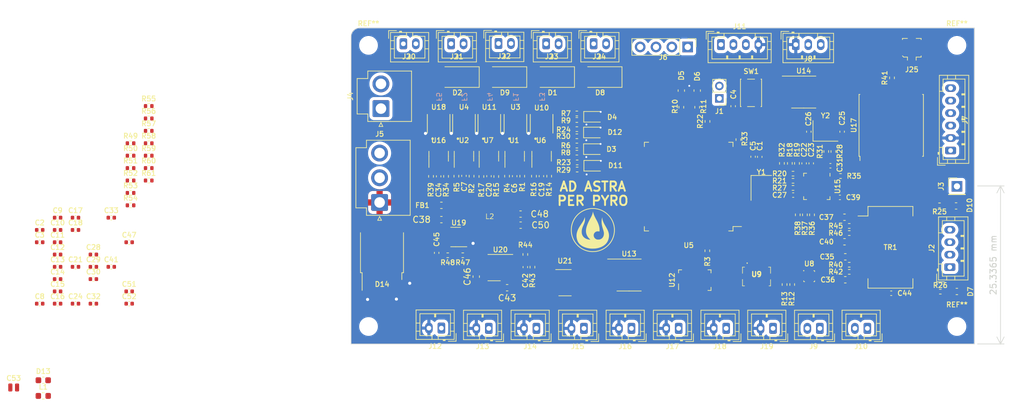
<source format=kicad_pcb>
(kicad_pcb (version 20221018) (generator pcbnew)
  (layers (0 "F.Cu" signal) (31 "B.Cu" signal) (34 "B.Paste" user) (35 "F.Paste" user) (36 "B.SilkS" user "B.Silkscreen") (37 "F.SilkS" user "F.Silkscreen") (38 "B.Mask" user) (39 "F.Mask" user) (44 "Edge.Cuts" user))
  (net 0 "")
  (net 1 "+3.3V")
  (net 2 "GND")
  (net 3 "Net-(U5-PH0)")
  (net 4 "Net-(U5-PH1)")
  (net 5 "Net-(J1-Pin_1)")
  (net 6 "+12V")
  (net 7 "Net-(U5-VCAP_1)")
  (net 8 "Net-(U5-VCAP_2)")
  (net 9 "Net-(U15-VDDCR)")
  (net 10 "Net-(U15-XTAL2)")
  (net 11 "Net-(U15-XTAl1)")
  (net 12 "/DTX-")
  (net 13 "/DTX+")
  (net 14 "/DRX-")
  (net 15 "Net-(U19-IN)")
  (net 16 "/DRX+")
  (net 17 "Net-(C41-Pad1)")
  (net 18 "Net-(U20-ADJ)")
  (net 19 "Net-(U19-SW)")
  (net 20 "Net-(U19-BST)")
  (net 21 "+5V")
  (net 22 "Net-(C47-Pad1)")
  (net 23 "Earth")
  (net 24 "Vdrive")
  (net 25 "OUT3")
  (net 26 "OUT1")
  (net 27 "ADC1_IN6")
  (net 28 "ADC1_IN3")
  (net 29 "Net-(D5-A)")
  (net 30 "Net-(D6-A)")
  (net 31 "Net-(D7-A)")
  (net 32 "OUT4")
  (net 33 "OUT2")
  (net 34 "Net-(D10-A)")
  (net 35 "ADC1_IN8")
  (net 36 "ADC1_IN4")
  (net 37 "Net-(D13-A)")
  (net 38 "Net-(D14-K)")
  (net 39 "Net-(F1-Pad1)")
  (net 40 "Net-(F2-Pad1)")
  (net 41 "Net-(F3-Pad1)")
  (net 42 "Net-(F4-Pad1)")
  (net 43 "Net-(F5-Pad1)")
  (net 44 "PIEZO")
  (net 45 "~{MCU_RST}")
  (net 46 "/TX-")
  (net 47 "/TX+")
  (net 48 "/RX-")
  (net 49 "/RX+")
  (net 50 "Net-(J4-Pin_1)")
  (net 51 "GPIO1")
  (net 52 "GPIO2")
  (net 53 "GPIO3")
  (net 54 "GPIO4")
  (net 55 "USART1_RX")
  (net 56 "USART1_TX")
  (net 57 "RADIO_CTS")
  (net 58 "RADIO_RTS")
  (net 59 "USART2_RX")
  (net 60 "USART2_TX")
  (net 61 "USART3_RX")
  (net 62 "USART3_TX")
  (net 63 "I2C1_SCL")
  (net 64 "I2C1_SDA")
  (net 65 "SWCLK")
  (net 66 "SWDIO")
  (net 67 "Net-(J14-Pin_1)")
  (net 68 "Net-(J15-Pin_1)")
  (net 69 "Net-(J16-Pin_1)")
  (net 70 "Net-(J17-Pin_1)")
  (net 71 "Net-(J18-Pin_1)")
  (net 72 "Net-(J19-Pin_1)")
  (net 73 "RF_IN")
  (net 74 "OUT3_CTRL")
  (net 75 "OUT1_CTRL")
  (net 76 "Net-(U5-BOOT0)")
  (net 77 "Net-(U1-OUT)")
  (net 78 "Net-(U2-OUT)")
  (net 79 "Net-(U5-PC14)")
  (net 80 "Net-(U5-PC15)")
  (net 81 "OUT4_CTRL")
  (net 82 "OUT2_CTRL")
  (net 83 "Net-(U10-Gate)")
  (net 84 "Net-(U11-Gate)")
  (net 85 "Net-(U15-RXD0)")
  (net 86 "ETH_RXD0")
  (net 87 "ETH_RXD1")
  (net 88 "Net-(U15-RXD1)")
  (net 89 "ETH_CRS_DV")
  (net 90 "Net-(U15-LED2)")
  (net 91 "Net-(U15-LED1)")
  (net 92 "Net-(U15-RXER)")
  (net 93 "Net-(U15-CRS_DV)")
  (net 94 "ETH_MDIO")
  (net 95 "TIM5_CH1")
  (net 96 "Net-(U15-RBIAS)")
  (net 97 "Net-(U15-~{RST})")
  (net 98 "Net-(U15-~{INT})")
  (net 99 "ETH_REF_CLK")
  (net 100 "Net-(U16-OUT)")
  (net 101 "Net-(U17-VCC_RF)")
  (net 102 "Net-(U19-FB)")
  (net 103 "Net-(TR1-C_TX)")
  (net 104 "Net-(TR1-C_RX)")
  (net 105 "ADC1_IN9")
  (net 106 "ADC1_IN10")
  (net 107 "Net-(U9-SDO1)")
  (net 108 "Net-(U9-SDO2)")
  (net 109 "Net-(U8-SDO)")
  (net 110 "Net-(U8-CSB)")
  (net 111 "Net-(U21-A7)")
  (net 112 "Net-(U21-A8)")
  (net 115 "LOG_FLASH_CSN")
  (net 116 "LOG_FLASH_HOLD")
  (net 117 "BLDR_FLASH_CSN")
  (net 119 "ETH_MDC")
  (net 121 "BMM150_INT")
  (net 122 "SPI1_SCK")
  (net 124 "BLDR_FLASH_HOLD")
  (net 125 "ACCEL_INT")
  (net 126 "GYRO_INT")
  (net 127 "SPI2_SCK")
  (net 128 "ETH_TX_EN")
  (net 129 "ETH_TXD0")
  (net 130 "ETH_TXD1")
  (net 131 "SPI2_MISO")
  (net 132 "SPI2_MOSI")
  (net 135 "TIM4_CH1")
  (net 136 "TIM4_CH2")
  (net 139 "TIM3_CH1")
  (net 140 "TIM3_CH2")
  (net 146 "TIM2_CH1")
  (net 147 "UART4_TX")
  (net 148 "UART4_RX")
  (net 156 "TIM2_CH2")
  (net 157 "SPI1_MISO")
  (net 158 "SPI1_MOSI")
  (footprint "Connector_PinHeader_2.54mm:PinHeader_1x04_P2.54mm_Vertical" (layer "F.Cu") (at 155.575 66.04 -90)
    (fp_text reference "J6")
    (fp_text value "Conn_01x04_Socket")
  )
  (footprint "Resistor_SMD:R_0402_1005Metric" (layer "F.Cu") (at 129.0472 86.7609 90)
    (fp_text reference "R1")
    (fp_text value "20K")
  )
  (footprint "Capacitor_SMD:C_0603_1608Metric" (layer "F.Cu") (at 52.233 119.488)
    (fp_text reference "D13")
    (fp_text value "Green_LED")
  )
  (footprint "Resistor_SMD:R_0402_1005Metric" (layer "F.Cu") (at 181.483 94.742)
    (fp_text reference "R45")
    (fp_text value "49.9")
  )
  (footprint "Connector_JST:JST_VH_B3P-VH_1x03_P3.96mm_Vertical" (layer "F.Cu") (at 106.172 90.978 90)
    (fp_text reference "J5")
    (fp_text value "Conn_01x03_Pin")
  )
  (footprint "Capacitor_SMD:C_0402_1005Metric" (layer "F.Cu") (at 54.533 99.328)
    (fp_text reference "C12")
    (fp_text value "100nF")
  )
  (footprint "Transformer_SMD:Transformer_Ethernet_Bourns_PT61017PEL" (layer "F.Cu") (at 188.087 98.171)
    (fp_text reference "TR1")
    (fp_text value "PT61017PEL")
  )
  (footprint "Resistor_SMD:R_0402_1005Metric" (layer "F.Cu") (at 130.9268 86.7609 -90)
    (fp_text reference "R16")
    (fp_text value "20K")
  )
  (footprint "Capacitor_SMD:C_0603_1608Metric_Pad1.08x0.95mm_HandSolder" (layer "F.Cu") (at 180.848 103.378 180)
    (fp_text reference "C36")
    (fp_text value "10pF")
  )
  (footprint "Capacitor_SMD:C_0402_1005Metric" (layer "F.Cu") (at 63.143 93.418)
    (fp_text reference "C33")
    (fp_text value "100nF")
  )
  (footprint "Resistor_SMD:R_0402_1005Metric" (layer "F.Cu") (at 181.483 102.108)
    (fp_text reference "R42")
    (fp_text value "49.9")
  )
  (footprint "Resistor_SMD:R_0402_1005Metric" (layer "F.Cu") (at 171.111 104.14 -90)
    (fp_text reference "R13")
    (fp_text value "10K")
  )
  (footprint "Resistor_SMD:R_0402_1005Metric" (layer "F.Cu") (at 69.143 87.458)
    (fp_text reference "R61")
    (fp_text value "10K")
  )
  (footprint "MountingHole:MountingHole_2.5mm" (layer "F.Cu") (at 198.755 65.786)
    (fp_text reference "REF**")
    (fp_text value "MountingHole_2.5mm")
  )
  (footprint "Resistor_SMD:R_0402_1005Metric" (layer "F.Cu") (at 119.509 99.441 180)
    (fp_text reference "R47")
    (fp_text value "56.2K")
  )
  (footprint "Connector_JST:JST_PH_B2B-PH-K_1x02_P2.00mm_Vertical" (layer "F.Cu") (at 140.494 65.532)
    (fp_text reference "J24")
    (fp_text value "Conn_01x02_Socket")
  )
  (footprint "Diode_SMD:D_SOD-323" (layer "F.Cu") (at 140.5148 77.2414)
    (fp_text reference "D4")
    (fp_text value "MM3Z3V0")
  )
  (footprint "Capacitor_SMD:C_0402_1005Metric" (layer "F.Cu") (at 123.7132 86.7609 90)
    (fp_text reference "C20")
    (fp_text value "1uF")
  )
  (footprint "Capacitor_SMD:C_0402_1005Metric" (layer "F.Cu") (at 60.273 99.328)
    (fp_text reference "C28")
    (fp_text value "100nF")
  )
  (footprint "Resistor_SMD:R_0402_1005Metric" (layer "F.Cu") (at 137.797 77.7494 180)
    (fp_text reference "R9")
    (fp_text value "2.4K")
  )
  (footprint "MountingHole:MountingHole_2.5mm" (layer "F.Cu") (at 198.755 110.871)
    (fp_text reference "REF**")
    (fp_text value "MountingHole_2.5mm")
  )
  (footprint "Capacitor_SMD:C_0402_1005Metric" (layer "F.Cu") (at 54.533 101.298)
    (fp_text reference "C13")
    (fp_text value "100nF")
  )
  (footprint "Resistor_SMD:R_0402_1005Metric" (layer "F.Cu") (at 117.096 99.441 180)
    (fp_text reference "R48")
    (fp_text value "10K")
  )
  (footprint "CustomFootprints:HSMT-8" (layer "F.Cu") (at 132.146 78.3535 90)
    (fp_text reference "U10")
    (fp_text value "RQ3E100")
  )
  (footprint "Resistor_SMD:R_0402_1005Metric" (layer "F.Cu") (at 69.143 79.498)
    (fp_text reference "R57")
    (fp_text value "10K")
  )
  (footprint "Package_QFP:LQFP-100_14x14mm_P0.5mm" (layer "F.Cu") (at 155.734 88.432 180)
    (fp_text reference "U5")
    (fp_text value "STM32F407VGTx")
  )
  (footprint "Package_TO_SOT_SMD:SOT-23-5" (layer "F.Cu") (at 115.636 83.566 90)
    (fp_text reference "U16")
    (fp_text value "MCP1416")
  )
  (footprint "Capacitor_SMD:C_0402_1005Metric" (layer "F.Cu") (at 119.7 86.7101 90)
    (fp_text reference "C7")
    (fp_text value "1uF")
  )
  (footprint "Connector_JST:JST_PH_B4B-PH-K_1x04_P2.00mm_Vertical" (layer "F.Cu") (at 160.909 65.659)
    (fp_text reference "J11")
    (fp_text value "Conn_01x04_Socket")
  )
  (footprint "Capacitor_SMD:C_0504_1310Metric" (layer "F.Cu") (at 47.493 120.648)
    (fp_text reference "C53")
    (fp_text value "4.7uF")
  )
  (footprint "Capacitor_SMD:C_0402_1005Metric" (layer "F.Cu") (at 51.663 107.208)
    (fp_text reference "C8")
    (fp_text value "2.2uF")
  )
  (footprint "Capacitor_SMD:C_0402_1005Metric" (layer "F.Cu") (at 60.273 103.268)
    (fp_text reference "C30")
    (fp_text value "100nF")
  )
  (footprint "Connector_JST:JST_PH_B2B-PH-K_1x02_P2.00mm_Vertical" (layer "F.Cu") (at 176.768 111.167 180)
    (fp_text reference "J9")
    (fp_text value "Conn_01x02_Socket")
  )
  (footprint "Capacitor_SMD:C_0603_1608Metric_Pad1.08x0.95mm_HandSolder" (layer "F.Cu") (at 180.848 99.695 180)
    (fp_text reference "C35")
    (fp_text value "10pF")
  )
  (footprint "Capacitor_SMD:C_0603_1608Metric" (layer "F.Cu") (at 121.666 102.87 90)
    (fp_text reference "C46")
    (fp_text value "10uF")
  )
  (footprint "Connector_JST:JST_PH_B2B-PH-K_1x02_P2.00mm_Vertical" (layer "F.Cu") (at 123.682 111.167 180)
    (fp_text reference "J13")
    (fp_text value "Conn_01x02_Socket")
  )
  (footprint "Resistor_SMD:R_0402_1005Metric" (layer "F.Cu") (at 126.6088 86.7589 -90)
    (fp_text reference "R4")
    (fp_text value "20K")
  )
  (footprint "Resistor_SMD:R_0402_1005Metric" (layer "F.Cu") (at 69.143 83.478)
    (fp_text reference "R59")
    (fp_text value "10K")
  )
  (footprint "Capacitor_SMD:C_0402_1005Metric" (layer "F.Cu") (at 132.1206 86.7609 90)
    (fp_text reference "C19")
    (fp_text value "1uF")
  )
  (footprint "Connector_PinHeader_2.00mm:PinHeader_1x02_P2.00mm_Vertical" (layer "F.Cu") (at 160.655 74.295 180)
    (fp_text reference "J1")
    (fp_text value "Conn_01x02")
  )
  (footprint "Capacitor_SMD:C_0402_1005Metric" (layer "F.Cu") (at 57.403 95.388)
    (fp_text reference "C18")
    (fp_text value "100nF")
  )
  (footprint "CustomFootprints:HSMT-8" (layer "F.Cu") (at 127.955 78.3535 90)
    (fp_text reference "U3")
    (fp_text value "RQ3E100")
  )
  (footprint "Resistor_SMD:R_0402_1005Metric" (layer "F.Cu") (at 66.233 89.448)
    (fp_text reference "R53")
    (fp_text value "2K")
  )
  (footprint "CustomFootprints:CKST353220" (layer "F.Cu") (at 123.825 93.726)
    (fp_text reference "L2")
    (fp_text value "3.3uH")
  )
  (footprint "Connector_JST:JST_PH_B4B-PH-K_1x04_P2.00mm_Vertical" (layer "F.Cu") (at 197.612 101.346 90)
    (fp_text reference "J2")
    (fp_text value "Conn_01x04_Socket")
  )
  (footprint "Resistor_SMD:R_0402_1005Metric" (layer "F.Cu") (at 137.8491 84.5566)
    (fp_text reference "R23")
    (fp_text value "15K")
  )
  (footprint "Capacitor_SMD:C_0402_1005Metric" (layer "F.Cu") (at 178.463 85.09)
    (fp_text reference "C31")
    (fp_text value "10nF")
  )
  (footprint "Resistor_SMD:R_0402_1005Metric" (layer "F.Cu") (at 66.233 83.478)
    (fp_text reference "R50")
    (fp_text value "75")
  )
  (footprint "Resistor_SMD:R_0402_1005Metric" (layer "F.Cu") (at 188.341 70.995 90)
    (fp_text reference "R41")
    (fp_text value "10")
  )
  (footprint "Capacitor_SMD:C_0402_1005Metric" (layer "F.Cu") (at 115.316 99.06 90)
    (fp_text reference "C45")
    (fp_text value "100nF")
  )
  (footprint "Resistor_SMD:R_0402_1005Metric" (layer "F.Cu") (at 163.703 80.897 -90)
    (fp_text reference "R33")
    (fp_text value "1.5K")
  )
  (footprint "Resistor_SMD:R_0402_1005Metric" (layer "F.Cu") (at 129.54 99.314 90)
    (fp_text reference "R44")
    (fp_text value "10K")
  )
  (footprint "Resistor_SMD:R_0402_1005Metric" (layer "F.Cu") (at 172.466 86.36 180)
    (fp_text reference "R20")
    (fp_text value "10K")
  )
  (footprint "Package_TO_SOT_SMD:SOT-23-5" (layer "F.Cu") (at 119.7 83.5605 90)
    (fp_text reference "U2")
    (fp_text value "MCP1416")
  )
  (footprint "Resistor_SMD:R_0402_1005Metric" (layer "F.Cu") (at 172.339 104.14 -90)
    (fp_text reference "R12")
    (fp_text value "10K")
  )
  (footprint "Connector_JST:JST_PH_B2B-PH-K_1x02_P2.00mm_Vertical" (layer "F.Cu") (at 117.634 65.532)
    (fp_text reference "J21")
    (fp_text value "Conn_01x02_Socket")
  )
  (footprint "Resistor_SMD:R_0402_1005Metric" (layer "F.Cu") (at 137.8036 81.8496)
    (fp_text reference "R6")
    (fp_text value "15K")
  )
  (footprint "Package_TO_SOT_SMD:SOT-23-5" (layer "F.Cu") (at 123.703 83.555 90)
    (fp_text reference "U7")
    (fp_text value "MCP1416")
  )
  (footprint "Connector_JST:JST_PH_B2B-PH-K_1x02_P2.00mm_Vertical" (layer "F.Cu") (at 146.558 111.167 180)
    (fp_text reference "J16")
    (fp_text value "Conn_01x02_Socket")
  )
  (footprint "Capacitor_SMD:C_0402_1005Metric" (layer "F.Cu") (at 54.533 105.238)
    (fp_text reference "C15")
    (fp_text value "100nF")
  )
  (footprint "Connector_JST:JST_PH_B2B-PH-K_1x02_P2.00mm_Vertical" (layer "F.Cu") (at 138.938 111.167 180)
    (fp_text reference "J15")
    (fp_text value "Conn_01x02_Socket")
  )
  (footprint "Resistor_SMD:R_0402_1005Metric" (layer "F.Cu") (at 172.466 87.503 180)
    (fp_text reference "R21")
    (fp_text value "10K")
  )
  (footprint "Resistor_SMD:R_0402_1005Metric" (layer "F.Cu") (at 120.9192 86.7609 90)
    (fp_text reference "R2")
    (fp_text value "20K")
  )
  (footprint "Capacitor_SMD:C_0402_1005Metric" (layer "F.Cu") (at 54.533 107.208)
    (fp_text reference "C16")
    (fp_text value "100nF")
  )
  (footprint "Resistor_SMD:R_0402_1005Metric" (layer "F.Cu") (at 66.233 85.468)
    (fp_text reference "R51")
    (fp_text value "1.5K")
  )
  (footprint "CustomFootprints:Logo" (layer "F.Cu") (at 140.3604 95.4024)
    (fp_text reference "G***" hide)
    (fp_text value "LOGO" hide)
  )
  (footprint "Resistor_SMD:R_0402_1005Metric" (layer "F.Cu") (at 173.228 92.962 90)
    (fp_text reference "R38")
    (fp_text value "33")
  )
  (footprint "Capacitor_SMD:C_0402_1005Metric" (layer "F.Cu") (at 127.828 86.7609 90)
    (fp_text reference "C6")
    (fp_text value "1uF")
  )
  (footprint "Capacitor_SMD:C_0402_1005Metric" (layer "F.Cu") (at 66.013 107.208)
    (fp_text reference "C52")
    (fp_text value "100nF")
  )
  (footprint "Resistor_SMD:R_0402_1005Metric" (layer "F.Cu") (at 122.494 86.8117 -90)
    (fp_text reference "R17")
    (fp_text value "20K")
  )
  (footprint "Resistor_SMD:R_0402_1005Metric" (layer "F.Cu") (at 137.8491 85.6996 180)
    (fp_text reference "R29")
    (fp_text value "2.4K")
  )
  (footprint "Capacitor_SMD:C_0402_1005Metric" (layer "F.Cu") (at 66.013 97.358)
    (fp_text reference "C47")
    (fp_text value "1nF")
  )
  (footprint "Package_TO_SOT_SMD:TO-252-2" (layer "F.Cu") (at 106.553 98.933 90)
    (fp_text reference "D14")
    (fp_text value "MBRD20100")
  )
  (footprint "Resistor_SMD:R_0402_1005Metric" (layer "F.Cu") (at 66.233 81.488)
    (fp_text reference "R49")
    (fp_text value "75")
  )
  (footprint "Capacitor_SMD:C_0603_1608Metric" (layer "F.Cu") (at 128.778 92.837)
    (fp_text reference "C48")
    (fp_text value "22uF")
  )
  (footprint "Package_DFN_QFN:VQFN-24-1EP_4x4mm_P0.5mm_EP2.5x2.5mm" (layer "F.Cu") (at 176.286 88.402 -90)
    (fp_text reference "U15")
    (fp_text value "LAN8742")
  )
  (footprint "Package_SO:SOIC-8_3.9x4.9mm_P1.27mm" (layer "F.Cu") (at 146.177 102.616)
    (fp_text reference "U13")
    (fp_text value "W25X05")
  )
  (footprint "Package_DFN_QFN:DFN-8-1EP_4x4mm_P0.8mm_EP2.3x3.24mm" (layer "F.Cu") (at 125.536 101.425 180)
    (fp_text reference "U20")
    (fp_text value "LD39200")
  )
  (footprint "Resistor_SMD:R_0402_1005Metric" (layer "F.Cu") (at 66.233 87.458)
    (fp_text reference "R52")
    (fp_text value "21K")
  )
  (footprint "Resistor_SMD:R_0402_1005Metric" (layer "F.Cu") (at 174.371 92.962 -90)
    (fp_text reference "R37")
    (fp_text value "10K")
  )
  (footprint "Capacitor_SMD:C_0402_1005Metric" (layer "F.Cu") (at 172.494 89.789)
    (fp_text reference "C27")
    (fp_text value "10nF")
  )
  (footprint "Capacitor_SMD:C_0402_1005Metric" (layer "F.Cu") (at 54.533 97.358)
    (fp_text reference "C11")
    (fp_text value "100nF")
  )
  (footprint "Connector_JST:JST_PH_B3B-PH-K_1x03_P2.00mm_Vertical" (layer "F.Cu") (at 172.911 65.659)
    (fp_text reference "J8")
    (fp_text value "Conn_01x03_Socket")
  )
  (footprint "Capacitor_SMD:C_0402_1005Metric" (layer "F.Cu") (at 54.533 95.388)
    (fp_text reference "C10")
    (fp_text value "100nF")
  )
  (footprint "Resistor_SMD:R_0402_1005Metric" (layer "F.Cu") (at 133.3652 86.7609 90)
    (fp_text reference "R14")
    (fp_text value "20K")
  )
  (footprint "Resistor_SMD:R_0402_1005Metric" (layer "F.Cu") (at 172.466 88.646)
    (fp_text reference "R27")
    (fp_text value "10K")
  )
  (footprint "MountingHole:MountingHole_2.5mm" (layer "F.Cu") (at 104.394 65.786)
    (fp_text reference "REF**")
    (fp_text value "MountingHole_2.5mm")
  )
  (footprint "Connector_JST:JST_VH_B2P-VH_1x02_P3.96mm_Vertical" (layer "F.Cu") (at 106.384 75.9255 90)
    (fp_text reference "J4")
    (fp_text value "Conn_01x02_Socket")
  )
  (footprint "CustomFootprints:BMI088" (layer "F.Cu") (at 166.616 102.848)
    (fp_text reference "U9")
    (fp_text value "BMI088" hide)
  )
  (footprint "Capacitor_SMD:C_0402_1005Metric" (layer "F.Cu") (at 57.403 101.298)
    (fp_text reference "C21")
    (fp_text value "100nF")
  )
  (footprint "Connector_JST:JST_PH_B2B-PH-K_1x02_P2.00mm_Vertical" (layer "F.Cu") (at 109.982 65.532)
    (fp_text reference "J20")
    (fp_text value "Conn_01x02_Socket")
  )
  (footprint "Capacitor_SMD:C_0402_1005Metric" (layer "F.Cu") (at 60.273 107.208)
    (fp_text reference "C32")
    (fp_text value "100nF")
  )
  (footprint "Diode_SMD:D_SOD-323" (layer "F.Cu") (at 140.5415 85.09)
    (fp_text reference "D11")
    (fp_text value "MM3Z3V0")
  )
  (footprint "Resistor_SMD:R_0402_1005Metric" (layer "F.Cu") (at 137.8036 80.3656 180)
    (fp_text reference "R30")
    (fp_text value "2.4K")
  )
  (footprint "Resistor_SMD:R_0402_1005Metric" (layer "F.Cu") (at 137.797 76.708)
    (fp_text reference "R7")
    (fp_text value "15K")
  )
  (footprint "Connector_JST:JST_PH_B2B-PH-K_1x02_P2.00mm_Vertical" (layer "F.Cu") (at 184.388 111.167 180)
    (fp_text reference "J10")
    (fp_text value "Conn_01x02_Socket")
  )
  (footprint "Resistor_SMD:R_0402_1005Metric" (layer "F.Cu") (at 180.086 86.741)
    (fp_text reference "R35")
    (fp_text value "12.1K")
  )
  (footprint "Resistor_SMD:R_0402_1005Metric" (layer "F.Cu") (at 178.943 82.804 90)
    (fp_text reference "R28")
    (fp_text value "10K")
  )
  (footprint "Resistor_SMD:R_0402_1005Metric" (layer "F.Cu") (at 154.559 75.707 -90)
    (fp_text reference "R10")
    (fp_text value "220")
  )
  (footprint "Capacitor_SMD:C_0402_1005Metric" (layer "F.Cu") (at 51.663 97.358)
    (fp_text reference "C3")
    (fp_text value "13pF")
  )
  (footprint "Capacitor_SMD:C_0603_1608Metric_Pad1.08x0.95mm_HandSolder" (layer "F.Cu") (at 180.721 97.282 180)
    (fp_text reference "C40")
    (fp_text value "10pF")
  )
  (footprint "Resistor_SMD:R_0402_1005Metric" (layer "F.Cu") (at 175.514 92.962 -90)
    (fp_text reference "R36")
    (fp_text value "10K")
  )
  (footprint "Capacitor_SMD:C_0603_1608Metric" (layer "F.Cu") (at 154.559 73.038 -90)
    (fp_text reference "D5")
    (fp_text value "Blue")
  )
  (footprint "Resistor_SMD:R_0402_1005Metric" (layer "F.Cu") (at 171.958 84.709 90)
    (fp_text reference "R18")
    (fp_text value "33")
  )
  (footprint "Capacitor_SMD:C_0402_1005Metric" (layer "F.Cu") (at 174.244 84.709 -90)
    (fp_text reference "C22")
    (fp_text value "1uF")
  )
  (footprint "Resistor_SMD:R_0402_1005Metric" (layer "F.Cu") (at 69.143 75.518)
    (fp_text reference "R55")
    (fp_text value "1.5K")
  )
  (footprint "Connector_JST:JST_PH_B2B-PH-K_1x02_P2.00mm_Vertical" (layer "F.Cu") (at 116.078 111.125 180)
    (fp_text reference "J12")
    (fp_text value "Conn_01x02_Socket")
  )
  (footprint "Package_TO_SOT_SMD:TSOT-23-6" (layer "F.Cu") (at 118.364 96.52 180)
    (fp_text reference "U19")
    (fp_text value "AP62300TWU")
  )
  (footprint "Diode_SMD:D_SOD-323" (layer "F.Cu") (at 140.496 82.423)
    (fp_text reference "D3")
    (fp_text value "MM3Z3V0")
  )
  (footprint "Capacitor_SMD:C_0402_1005Metric" (layer "F.Cu") (at 57.403 107.208)
    (fp_text reference "C24")
    (fp_text value "100nF")
  )
  (footprint "CustomFootprints:HSMT-8" (layer "F.Cu") (at 115.636 78.3535 90)
    (fp_text reference "U18")
    (fp_text value "RQ3E100")
  )
  (footprint "Resistor_SMD:R_0402_1005Metric" (layer "F.Cu") (at 116.8298 86.7863 90)
    (fp_text reference "R34")
    (fp_text value "20K")
  )
  (footprint "Connector_PinHeader_2.54mm:PinHeader_1x01_P2.54mm_Vertical" (layer "F.Cu") (at 198.755 88.392)
    (fp_text reference "J3")
    (fp_text value "Conn_01x01")
  )
  (footprint "Capacitor_SMD:C_0402_1005Metric" (layer "F.Cu") (at 167.132 83.665 90)
    (fp_text reference "C1")
    (fp_text value "1uF")
  )
  (footprint "Diode_SMD:D_SMA" (layer "F.Cu") (at 133.9088 70.866 180)
    (fp_text reference "D1")
    (fp_text value "GS1G")
  )
  (footprint "Package_CSP:WLCSP-12_1.56x1.56mm_P0.4mm" (layer "F.Cu") (at 175.064 102.801)
    (fp_text reference "U8")
    (fp_text value "BMM150")
  )
  (footprint "Resistor_SMD:R_0402_1005Metric" (layer "F.Cu") (at 157.099 75.707 -90)
    (fp_text reference "R11")
    (fp_text value "220")
  )
  (footprint "Capacitor_SMD:C_0402_1005Metric" (layer "F.Cu") (at 175.006 79.629 -90)
    (fp_text reference "C26")
    (fp_text value "15pF")
  )
  (footprint "Package_SON:USON-20_2x4mm_P0.4mm" (layer "F.Cu") (at 135.9044 103.8446)
    (fp_text reference "U21")
    (fp_text value "TXB0108DQSR")
  )
  (footprint "MountingHole:MountingHole_2.5mm" (layer "F.Cu") (at 104.394 110.871)
    (fp_text reference "REF**" hide)
    (fp_text value "MountingHole_2.5mm")
  )
  (footprint "Resistor_SMD:R_0402_1005Metric" (layer "F.Cu") (at 69.143 77.508)
    (fp_text reference "R56")
    (fp_text value "10K")
  )
  (footprint "RF_GPS:ublox_MAX" (layer "F.Cu") (at 188.214 78.613 90)
    (fp_text reference "U17")
    (fp_text value "MAX-8C")
  )
  (footprint "Connector_JST:JST_PH_B6B-PH-K_1x06_P2.00mm_Vertical" (layer "F.Cu") (at 197.739 82.644 90)
    (fp_text reference "J7")
    (fp_text value "Conn_01x06_Socket")
  )
  (footprint "Resistor_SMD:R_0402_1005Metric" (layer "F.Cu") (at 118.4808 86.7609 -90)
    (fp_text reference "R5")
    (fp_text value "20K")
  )
  (footprint "Capacitor_SMD:C_0603_1608Metric_Pad1.08x0.95mm_HandSolder" (layer "F.Cu") (at 116.078 91.44)
    (fp_text reference "FB1")
    (fp_text value "FerriteBead")
  )
  (footprint "Resistor_SMD:R_0402_1005Metric" (layer "F.Cu") (at 170.688 84.709 -90)
    (fp_text reference "R32")
    (fp_text value "33")
  )
  (footprint "Resistor_SMD:R_0402_1005Metric" (layer "F.Cu") (at 69.143 85.468)
    (fp_text reference "R60")
    (fp_text value "10K")
  )
  (footprint "Resistor_SMD:R_0402_1005Metric" (layer "F.Cu") (at 137.8036 79.2226)
    (fp_text reference "R24")
    (fp_text value "15K")
  )
  (footprint "Button_Switch_SMD:SW_SPST_PTS810" (layer "F.Cu") (at 165.735 73.406 90)
    (fp_text reference "SW1")
    (fp_text value "SW_RST")
  )
  (footprint "Package_SO:SOIC-8_3.9x4.9mm_P1.27mm" (layer "F.Cu") (at 174.182 73.279)
    (fp_text reference "U14")
    (fp_text value "W25X05")
  )
  (footprint "Diode_SMD:D_SOD-323" (layer "F.Cu") (at 140.496 79.756)
    (fp_text reference "D12")
    (fp_text value "MM3Z3V0")
  )
  (footprint "Capacitor_SMD:C_0402_1005Metric" (layer "F.Cu") (at 66.013 105.238)
    (fp_text reference "C51")
    (fp_text value "100nF")
  )
  (footprint "Package_TO_SOT_SMD:SOT-23-5" (layer "F.Cu") (at 132.146 83.5605 90)
    (fp_text reference "U6")
    (fp_text value "MCP1416")
  )
  (footprint "Capacitor_SMD:C_0603_1608Metric" (layer "F.Cu") (at 198.742 105.252 180)
    (fp_text reference "D7")
    (fp_text value "Green")
  )
  (footprint "Connector_JST:JST_PH_B2B-PH-K_1x02_P2.00mm_Vertical" (layer "F.Cu") (at 161.75 111.167 180)
    (fp_text reference "J18")
    (fp_text value "Conn_01x02_Socket")
  )
  (footprint "Crystal:Crystal_SMD_3225-4Pin_3.2x2.5mm" (layer "F.Cu") (at 167.386 88.646 -90)
    (fp_text reference "Y1")
    (fp_text value "25 MHz")
  )
  (footprint "Capacitor_SMD:C_0603_1608Metric" (layer "F.Cu") (at 198.615 91.536 180)
    (fp_text reference "D10")
    (fp_text value "Yellow")
  )
  (footprint "Resistor_SMD:R_0402_1005Metric" (layer "F.Cu") (at 137.8036 82.9926 180)
    (fp_text reference "R8")
    (fp_text value "2.4K")
  )
  (footprint "Capacitor_SMD:C_0402_1005Metric" (layer "F.Cu") (at 115.636 86.7863 90)
    (fp_text reference "C34")
    (fp_text value "1uF")
  )
  (footprint "Capacitor_SMD:C_0402_1005Metric" (layer "F.Cu") (at 51.663 95.388)
    (fp_text reference "C2")
    (fp_text value "13pF")
  )
  (footprint "Package_TO_SOT_SMD:SOT-23-5" (layer "F.Cu") (at 127.828 83.5605 90)
    (fp_text reference "U1")
    (fp_text value "MCP1416")
  )
  (footprint "Capacitor_SMD:C_0402_1005Metric" (layer "F.Cu") (at 175.387 84.709 -90)
    (fp_text reference "C23")
    (fp_text value "470pF")
  )
  (footprint "Resistor_SMD:R_0402_1005Metric" (layer "F.Cu") (at 173.101 84.711 -90)
    (fp_text reference "R19")
    (fp_text value "33")
  )
  (footprint "Capacitor_SMD:C_0603_1608Metric" (layer "F.Cu") (at 128.791 94.615)
    (fp_text reference "C50")
    (fp_text value "22uF")
  )
  (footprint "Connector_JST:JST_PH_B2B-PH-K_1x02_P2.00mm_Vertical" (layer "F.Cu") (at 154.13 111.167 180)
    (fp_text reference "J17")
    (fp_text value "Conn_01x02_Socket")
  )
  (footprint "CustomFootprints:HSMT-8" (layer "F.Cu") (at 123.764 78.3535 90)
    (fp_text reference "U11")
    (fp_text value "RQ3E100")
  )
  (footprint "Capacitor_SMD:C_0402_1005Metric" (layer "F.Cu") (at 57.403 93.418)
    (fp_text reference "C17")
    (fp_text value "1uF")
  )
  (footprint "Resistor_SMD:R_0402_1005Metric" (layer "F.Cu") (at 124.8816 86.8117 90)
    (fp_text reference "R15")
    (fp_text value "20K")
  )
  (footprint "Diode_SMD:D_SMA" (layer "F.Cu") (at 126.2568 70.866 180)
    (fp_text reference "D9")
    (fp_text value "GS1G")
  )
  (footprint "Capacitor_SMD:C_0603_1608Metric" (layer "F.Cu") (at 126.619 104.648)
    (fp_text reference "C43")
    (fp_text value "10uF")
  )
  (footprint "Resistor_SMD:R_0402_1005Metric" (layer "F.Cu") (at 158.7246 98.7278 90)
    (fp_text reference "R3")
    (fp_text value "10K")
  )
  (footprint "Capacitor_SMD:C_0402_1005Metric" (layer "F.Cu") (at 54.533 93.418)
    (fp_text reference "C9")
    (fp_text value "2.2uF")
  )
  (footprint "Resistor_SMD:R_0402_1005Metric" (layer "F.Cu") (at 114.4168 86.7863 -90)
    (fp_text reference "R39")
    (fp_text value "20K")
  )
  (footprint "Capacitor_SMD:C_0402_1005Metric" (layer "F.Cu") (at 60.273 101.298)
    (fp_text reference "C29")
    (fp_text value "100nF")
  )
  (footprint "Capacitor_SMD:C_0402_1005Metric" (layer "F.Cu") (at 179.987 90.17)
    (fp_text reference "C39")
    (fp_text value "10nF")
  )
  (footprint "Connector_JST:JST_PH_B2B-PH-K_1x02_P2.00mm_Vertical" (layer "F.Cu") (at 169.259 111.167 180)
    (fp_text reference "J19")
    (fp_text value "Conn_01x02_Socket")
  )
  (footprint "Capacitor_SMD:C_0603_1608Metric_Pad1.08x0.95mm_HandSolder" (layer "F.Cu") (at 180.721 93.345 180)
    (fp_text reference "C37")
    (fp_text value "10pF")
  )
  (footprint "Resistor_SMD:R_0402_1005Metric" (layer "F.Cu") (at 66.233 91.438)
    (fp_text reference "R54")
    (fp_text value "21K")
  )
  (footprint "Connector_Coaxial:U.FL_Molex_MCRF_73412-0110_Vertical" (layer "F.Cu") (at 191.516 66.167)
    (fp_text reference "J25")
    (fp_text value "Conn_01x02")
  )
  (footprint "Connector_JST:JST_PH_B2B-PH-K_1x02_P2.00mm_Vertical" (layer "F.Cu") (at 125.238 65.49)
    (fp_text reference "J22")
    (fp_text value "Conn_01x02_Socket")
  )
  (footprint "Capacitor_SMD:C_0402_1005Metric" (layer "F.Cu") (at 54.533 103.268)
    (fp_text reference "C14")
    (fp_text value "100nF")
  )
  (footprint "Connector_JST:JST_PH_B2B-PH-K_1x02_P2.00mm_Vertical" (layer "F.Cu") (at 132.874 65.532)
    (fp_text reference "J23")
    (fp_text value "Conn_01x02_Socket")
  )
  (footprint "Resistor_SMD:R_0402_1005Metric" (layer "F.Cu") (at 195.961 91.44 180)
    (fp_text reference "R25")
    (fp_text value "220")
  )
  (footprint "Resistor_SMD:R_0402_1005Metric" (layer "F.Cu") (at 181.483 100.965)
    (fp_text reference "R40")
    (fp_text value "49.9")
  )
  (footprint "Inductor_SMD:L_0603_1608Metric" (layer "F.Cu") (at 52.233 121.998)
    (fp_text reference "L1")
    (fp_text value "27nH")
  )
  (footprint "Capacitor_SMD:C_0402_1005Metric" (layer "F.Cu") (at 63.143 101.298)
    (fp_text reference "C41")
    (fp_text value "10nF")
  )
  (footprint "Capacitor_SMD:C_0402_1005Metric" (layer "F.Cu") (at 180.34 79.629 90)
    (fp_text reference "C25")
    (fp_text value "15pF")
  )
  (footprint "Resistor_SMD:R_0402_1005Metric" (layer "F.Cu") (at 130.683 101.346 90)
    (fp_text reference "R43")
    (fp_text value "56.2K")
  )
  (footprint "Resistor_SMD:R_0402_1005Metric" (layer "F.Cu") (at 177.8 82.804 90)
    (fp_text reference "R31")
    (fp_text value "10K")
  )
  (footprint "Capacitor_SMD:C_0402_1005Metric" (layer "F.Cu") (at 166.06 83.643 90)
    (fp_text reference "C5")
    (fp_text value "100nF")
  )
  (footprint "Capacitor_SMD:C_0603_1608Metric" (layer "F.Cu") (at 116.078 93.726)
    (fp_text reference "C38")
    (fp_text value "10uF")
  )
  (footprint "Resistor_SMD:R_0402_1005Metric" (layer "F.Cu") (at 181.483 95.885)
    (fp_text reference "R46")
    (fp_text value "49.9")
  )
  (footprint "Connector_JST:JST_PH_B2B-PH-K_1x02_P2.00mm_Vertical" (layer "F.Cu") (at 131.318 111.167 180)
    (fp_text reference "J14")
    (fp_text value "Conn_01x02_Socket")
  )
  (footprint "Package_LGA:LGA-8_3x5mm_P1.25mm" (layer "F.Cu") (at 156.718 103.4288 90)
    (fp_text reference "U12")
    (fp_text value "MS5611-01BA")
  )
  (footprint "Diode_SMD:D_SMA" (layer "F.Cu") (at 141.5288 70.866 180)
    (fp_text reference "D8")
    (fp_text value "GS1G")
  )
  (footprint "Resistor_SMD:R_0402_1005Metric" (layer "F.Cu") (at 196.088 105.283)
    (fp_text reference "R26")
    (fp_text value "220")
  )
  (footprint "Capacitor_SMD:C_0402_1005Metric" (layer "F.Cu") (at 162.8648 75.5396 -90)
    (fp_text reference "C4")
    (fp_text value "100nF")
  )
  (footprint "Resistor_SMD:R_0402_1005Metric" (layer "F.Cu") (at 158.75 77.978 90)
    (fp_text reference "R22")
    (fp_text value "10K")
  )
  (footprint "Capacitor_SMD:C_0402_1005Metric" (layer "F.Cu") (at 129.54 101.346 -90)
    (fp_text reference "C42")
    (fp_text value "470nF")
  )
  (footprint "Capacitor_SMD:C_0603_1608Metric" (layer "F.Cu") (at 157.099 73.038 -90)
    (fp_text reference "D6")
    (fp_text value "Red")
  )
  (footprint "CustomFootprints:HSMT-8" (layer "F.Cu") (at 119.7 78.3535 90)
    (fp_text reference "U4")
    (fp_text value "RQ3E100")
  )
  (footprint "Diode_SMD:D_SMA" (layer "F.Cu") (at 118.6368 70.866 180)
    (fp_text reference "D2")
    (fp_text value "GS1G")
  )
  (footprint "Resistor_SMD:R_0402_1005Metric" (layer "F.Cu") (at 69.143 81.488)
    (fp_text reference "R58")
    (fp_text value "10K")
  )
  (footprint "Crystal:Crystal_SMD_3225-4Pin_3.2x2.5mm" (layer "F.Cu") (at 177.673 79.502)
    (fp_text reference "Y2")
    (fp_text value "25 MHz")
  )
  (footprint "Capacitor_SMD:C_0402_1005Metric" (layer "F.Cu") (at 188.214 105.537)
    (fp_text reference "C44")
    (fp_text value "22nF")
  )
  (footprint "CustomFootprints:SF-2410F-T" (layer "B.Cu") (at 127.9906 74.041 90)
    (fp_text reference "F1")
    (fp_text value "SF-2410F-T")
  )
  (footprint "CustomFootprints:SF-2410F-T" (layer "B.Cu") (at 119.7356 74.041 90)
    (fp_text reference "F2")
    (fp_text value "SF-2410F-T")
  )
  (footprint "CustomFootprints:SF-2410F-T" (layer "B.Cu") (at 132.1816 74.041 90)
    (fp_text reference "F3")
    (fp_text value "SF-2410F-T")
  )
  (footprint "CustomFootprints:SF-2410F-T" (layer "B.Cu") (at 115.6716 74.041 90)
    (fp_text reference "F5")
    (fp_text value "SF-2410F-T")
  )
  (footprint "CustomFootprints:SF-2410F-T" (layer "B.Cu") (at 123.7996 74.041 90)
    (fp_text reference "F4")
    (fp_text value "SF-2410F-T")
  )
  (gr_line (start 201.549 113.665) (end 201.549 62.992) (stroke (width 0.1)) (layer "Edge.Cuts"))
  (gr_arc (start 101.6 64.389) (mid 102.009172 63.401172) (end 102.997 62.992) (stroke (width 0.1)) (layer "Edge.Cuts"))
  (gr_line (start 101.6 113.665) (end 201.549 113.665) (stroke (width 0.1)) (layer "Edge.Cuts"))
  (gr_line (start 102.997 62.992) (end 201.549 62.992) (stroke (width 0.1)) (layer "Edge.Cuts"))
  (gr_line (start 101.6 64.389) (end 101.6 113.665) (stroke (width 0.1)) (layer "Edge.Cuts"))
  (dimension (type aligned) (layer "Edge.Cuts") (pts (xy 201.549 113.665) (xy 201.549 88.3285)) (height 4.191) (gr_text "25.3365 mm" (at 204.59 100.99675 90) (layer "Edge.Cuts") (effects (font (size 1 1) (thickness 0.15)))) (format (prefix "") (suffix "") (units 3) (units_format 1) (precision 4)) (style (thickness 0.1) (arrow_length 1.27) (text_position_mode 0) (extension_height 0.58642) (extension_offset 0.5) keep_text_aligned))
  (segment (start 163.409 84.432) (end 165.751 84.432) (width 0.127) (layer "F.Cu") (net 1))
  (segment (start 165.751 84.432) (end 166.06 84.123) (width 0.127) (layer "F.Cu") (net 1))
  (segment (start 119.5015 97.47) (end 121.092 97.47) (width 0.5) (layer "F.Cu") (net 2))
  (segment (start 137.9386 81.0106) (end 139.309 81.0106) (width 0.25) (layer "F.Cu") (net 2))
  (segment (start 141.546 81.6546) (end 141.605 81.5956) (width 0.25) (layer "F.Cu") (net 2))
  (segment (start 120.01 79.9029) (end 120.01 79.9035) (width 0.5) (layer "F.Cu") (net 2))
  (segment (start 121.732 79.9029) (end 124.074 79.9029) (width 0.5) (layer "F.Cu") (net 2))
  (segment (start 157.086 72.276) (end 157.099 72.263) (width 0.333) (layer "F.Cu") (net 2))
  (segment (start 124.074 79.9029) (end 124.074 79.9035) (width 0.5) (layer "F.Cu") (net 2))
  (segment (start 113.5278 79.9029) (end 115.946 79.9029) (width 0.5) (layer "F.Cu") (net 2))
  (segment (start 141.5915 84.3616) (end 141.6505 84.3026) (width 0.25) (layer "F.Cu") (net 2))
  (segment (start 108.833 103.973) (end 110.9618 103.973) (width 1.5) (layer "F.Cu") (net 2))
  (segment (start 132.456 79.9029) (end 132.456 79.9035) (width 0.5) (layer "F.Cu") (net 2))
  (segment (start 104.2416 106.5276) (end 104.2416 104.0044) (width 1.5) (layer "F.Cu") (net 2))
  (segment (start 137.2936 80.3656) (end 137.9386 81.0106) (width 0.25) (layer "F.Cu") (net 2))
  (segment (start 117.668 79.9029) (end 120.01 79.9029) (width 0.5) (layer "F.Cu") (net 2))
  (segment (start 126.6088 87.2689) (end 129.0452 87.2689) (width 0.333) (layer "F.Cu") (net 2))
  (segment (start 130.9268 87.2709) (end 133.3652 87.2709) (width 0.333) (layer "F.Cu") (net 2))
  (segment (start 108.8644 106.4768) (end 108.8644 104.0044) (width 1.5) (layer "F.Cu") (net 2))
  (segment (start 114.4168 87.2963) (end 116.8298 87.2963) (width 0.333) (layer "F.Cu") (net 2))
  (segment (start 137.994 83.693) (end 139.319 83.693) (width 0.25) (layer "F.Cu") (net 2))
  (segment (start 121.092 97.47) (end 121.158 97.536) (width 0.5) (layer "F.Cu") (net 2))
  (segment (start 155.829 72.276) (end 154.572 72.276) (width 0.333) (layer "F.Cu") (net 2))
  (segment (start 139.309 81.0106) (end 139.319 81.0006) (width 0.25) (layer "F.Cu") (net 2))
  (segment (start 129.0452 87.2689) (end 129.0472 87.2709) (width 0.333) (layer "F.Cu") (net 2))
  (segment (start 141.546 79.756) (end 141.546 79.0276) (width 0.25) (layer "F.Cu") (net 2))
  (segment (start 138.0236 78.486) (end 139.3378 78.486) (width 0.25) (layer "F.Cu") (net 2))
  (segment (start 141.5648 77.2414) (end 141.5648 76.513) (width 0.25) (layer "F.Cu") (net 2))
  (segment (start 125.8728 79.9035) (end 128.265 79.9035) (width 0.5) (layer "F.Cu") (net 2))
  (segment (start 141.5915 85.09) (end 141.5915 84.3616) (width 0.25) (layer "F.Cu") (net 2))
  (segment (start 137.287 77.7494) (end 138.0236 78.486) (width 0.25) (layer "F.Cu") (net 2))
  (segment (start 154.572 72.276) (end 154.559 72.263) (width 0.333) (layer "F.Cu") (net 2))
  (segment (start 115.946 79.9029) (end 115.946 79.9035) (width 0.5) (layer "F.Cu") (net 2))
  (segment (start 138.1265 86.487) (end 137.3391 85.6996) (width 0.25) (layer "F.Cu") (net 2))
  (segment (start 141.5648 76.513) (end 141.6238 76.454) (width 0.25) (layer "F.Cu") (net 2))
  (segment (start 118.4808 87.2709) (end 120.9192 87.2709) (width 0.333) (layer "F.Cu") (net 2))
  (segment (start 122.494 87.3217) (end 124.8816 87.3217) (width 0.333) (layer "F.Cu") (net 2))
  (segment (start 155.829 72.276) (end 157.086 72.276) (width 0.333) (layer "F.Cu") (net 2))
  (segment (start 125.8722 79.9029) (end 125.8728 79.9035) (width 0.5) (layer "F.Cu") (net 2))
  (segment (start 104.2416 104.0044) (end 104.273 103.973) (width 1.5) (layer "F.Cu") (net 2))
  (segment (start 141.546 79.0276) (end 141.605 78.9686) (width 0.25) (layer "F.Cu") (net 2))
  (segment (start 104.273 103.973) (end 108.833 103.973) (width 1.5) (layer "F.Cu") (net 2))
  (segment (start 137.2936 82.9926) (end 137.994 83.693) (width 0.25) (layer "F.Cu") (net 2))
  (segment (start 110.9618 103.973) (end 110.998 103.9368) (width 1.5) (layer "F.Cu") (net 2))
  (segment (start 139.3645 86.487) (end 138.1265 86.487) (width 0.25) (layer "F.Cu") (net 2))
  (segment (start 130.0632 79.9029) (end 132.456 79.9029) (width 0.5) (layer "F.Cu") (net 2))
  (segment (start 108.8644 104.0044) (end 108.833 103.973) (width 1.5) (layer "F.Cu") (net 2))
  (segment (start 141.546 82.423) (end 141.546 81.6546) (width 0.25) (layer "F.Cu") (net 2))
  (via (at 139.319 83.693) (size 0.5) (drill 0.3) (layers "F.Cu" "B.Cu") (net 2))
  (via (at 141.605 78.9686) (size 0.5) (drill 0.3) (layers "F.Cu" "B.Cu") (net 2))
  (via (at 104.2416 106.5276) (size 2) (drill 0.5) (layers "F.Cu" "B.Cu") (net 2))
  (via (at 141.6238 76.454) (size 0.5) (drill 0.3) (layers "F.Cu" "B.Cu") (net 2))
  (via (at 121.732 79.9029) (size 1) (drill 0.5) (layers "F.Cu" "B.Cu") (net 2))
  (via (at 141.605 81.5956) (size 0.5) (drill 0.3) (layers "F.Cu" "B.Cu") (net 2))
  (via (at 117.668 79.9029) (size 1) (drill 0.5) (layers "F.Cu" "B.Cu") (net 2))
  (via (at 121.158 97.536) (size 1) (drill 0.5) (layers "F.Cu" "B.Cu") (net 2))
  (via (at 155.829 72.276) (size 0.5) (drill 0.3) (layers "F.Cu" "B.Cu") (net 2))
  (via (at 139.3378 78.486) (size 0.5) (drill 0.3) (layers "F.Cu" "B.Cu") (net 2))
  (via (at 130.0632 79.9029) (size 1) (drill 0.5) (layers "F.Cu" "B.Cu") (net 2))
  (via (at 113.5278 79.9029) (size 1) (drill 0.5) (layers "F.Cu" "B.Cu") (net 2))
  (via (at 139.3645 86.487) (size 0.5) (drill 0.3) (layers "F.Cu" "B.Cu") (net 2))
  (via (at 108.8644 106.4768) (size 2) (drill 0.5) (layers "F.Cu" "B.Cu") (net 2))
  (via (at 141.6505 84.3026) (size 0.5) (drill 0.3) (layers "F.Cu" "B.Cu") (net 2))
  (via (at 125.8722 79.9029) (size 1) (drill 0.5) (layers "F.Cu" "B.Cu") (net 2))
  (via (at 110.998 103.9368) (size 2) (drill 0.5) (layers "F.Cu" "B.Cu") (net 2))
  (via (at 139.319 81.0006) (size 0.5) (drill 0.3) (layers "F.Cu" "B.Cu") (net 2))
  (segment (start 123.7132 84.7027) (end 123.703 84.6925) (width 0.25) (layer "F.Cu") (net 6))
  (segment (start 132.1206 84.7234) (end 132.146 84.698) (width 0.25) (layer "F.Cu") (net 6))
  (segment (start 119.7 86.2301) (end 119.7 84.698) (width 0.25) (layer "F.Cu") (net 6))
  (segment (start 132.1206 86.2809) (end 132.1206 84.7234) (width 0.25) (layer "F.Cu") (net 6))
  (segment (start 123.7132 86.2809) (end 123.7132 84.7027) (width 0.25) (layer "F.Cu") (net 6))
  (segment (start 127.828 86.2809) (end 127.828 84.698) (width 0.25) (layer "F.Cu") (net 6))
  (segment (start 115.636 86.3063) (end 115.636 84.7035) (width 0.25) (layer "F.Cu") (net 6))
  (segment (start 182.882 100.076) (end 183.687 100.076) (width 0.25) (layer "F.Cu") (net 12))
  (segment (start 181.993 100.965) (end 182.882 100.076) (width 0.25) (layer "F.Cu") (net 12))
  (segment (start 183.306 99.695) (end 183.687 100.076) (width 0.25) (layer "F.Cu") (net 12))
  (segment (start 181.7105 99.695) (end 183.306 99.695) (width 0.25) (layer "F.Cu") (net 12))
  (segment (start 182.925 103.378) (end 183.687 102.616) (width 0.25) (layer "F.Cu") (net 13))
  (segment (start 181.7105 103.378) (end 182.925 103.378) (width 0.25) (layer "F.Cu") (net 13))
  (segment (start 183.179 102.108) (end 183.687 102.616) (width 0.25) (layer "F.Cu") (net 13))
  (segment (start 181.993 102.108) (end 183.179 102.108) (width 0.25) (layer "F.Cu") (net 13))
  (segment (start 183.306 93.345) (end 183.687 93.726) (width 0.25) (layer "F.Cu") (net 14))
  (segment (start 181.5835 93.345) (end 183.306 93.345) (width 0.25) (layer "F.Cu") (net 14))
  (segment (start 183.009 93.726) (end 183.687 93.726) (width 0.25) (layer "F.Cu") (net 14))
  (segment (start 181.993 94.742) (end 183.009 93.726) (width 0.25) (layer "F.Cu") (net 14))
  (segment (start 116.853 93.726) (end 116.853 91.5275) (width 0.5) (layer "F.Cu") (net 15))
  (segment (start 117.6575 93.726) (end 116.853 93.726) (width 0.5) (layer "F.Cu") (net 15))
  (segment (start 119.5015 95.57) (end 117.6575 93.726) (width 0.5) (layer "F.Cu") (net 15))
  (segment (start 116.853 91.5275) (end 116.9405 91.44) (width 0.5) (layer "F.Cu") (net 15))
  (segment (start 181.5835 97.282) (end 182.5995 96.266) (width 0.25) (layer "F.Cu") (net 16))
  (segment (start 181.993 95.885) (end 183.306 95.885) (width 0.25) (layer "F.Cu") (net 16))
  (segment (start 183.306 95.885) (end 183.687 96.266) (width 0.25) (layer "F.Cu") (net 16))
  (segment (start 182.5995 96.266) (end 183.687 96.266) (width 0.25) (layer "F.Cu") (net 16))
  (segment (start 119.507 100.457) (end 120.015 99.949) (width 0.25) (layer "F.Cu") (net 19))
  (segment (start 120.015 99.949) (end 120.015 99.445) (width 0.25) (layer "F.Cu") (net 19))
  (segment (start 116.205 100.429) (end 116.205 100.457) (width 0.25) (layer "F.Cu") (net 19))
  (segment (start 115.316 99.54) (end 116.205 100.429) (width 0.25) (layer "F.Cu") (net 19))
  (segment (start 116.205 100.457) (end 119.507 100.457) (width 0.25) (layer "F.Cu") (net 19))
  (segment (start 120.015 99.445) (end 120.019 99.441) (width 0.25) (layer "F.Cu") (net 19))
  (segment (start 115.316 98.58) (end 116.1165 98.58) (width 0.25) (layer "F.Cu") (net 20))
  (segment (start 116.1165 98.58) (end 117.2265 97.47) (width 0.25) (layer "F.Cu") (net 20))
  (segment (start 139.446 82.423) (end 138.379 82.423) (width 0.25) (layer "F.Cu") (net 27))
  (segment (start 138.3136 82.3576) (end 138.3136 82.9926) (width 0.25) (layer "F.Cu") (net 27))
  (segment (start 138.3136 81.8496) (end 138.3136 82.3576) (width 0.25) (layer "F.Cu") (net 27))
  (segment (start 138.379 82.423) (end 138.3136 82.3576) (width 0.25) (layer "F.Cu") (net 27))
  (segment (start 138.307 76.708) (end 138.307 77.7494) (width 0.25) (layer "F.Cu") (net 28))
  (segment (start 154.559 75.197) (end 154.559 73.813) (width 0.333) (layer "F.Cu") (net 29))
  (segment (start 157.099 75.197) (end 157.099 73.813) (width 0.333) (layer "F.Cu") (net 30))
  (segment (start 139.4915 85.09) (end 138.3845 85.09) (width 0.25) (layer "F.Cu") (net 35))
  (segment (start 138.3845 85.09) (end 138.3591 85.0646) (width 0.25) (layer "F.Cu") (net 35))
  (segment (start 138.3591 84.5566) (end 138.3591 85.0646) (width 0.25) (layer "F.Cu") (net 35))
  (segment (start 138.3591 85.0646) (end 138.3591 85.6996) (width 0.25) (layer "F.Cu") (net 35))
  (segment (start 138.3136 79.2226) (end 138.3136 79.7306) (width 0.25) (layer "F.Cu") (net 36))
  (segment (start 139.446 79.756) (end 138.339 79.756) (width 0.25) (layer "F.Cu") (net 36))
  (segment (start 138.3136 79.7306) (end 138.3136 80.3656) (width 0.25) (layer "F.Cu") (net 36))
  (segment (start 138.339 79.756) (end 138.3136 79.7306) (width 0.25) (layer "F.Cu") (net 36))
  (segment (start 129.0472 84.9672) (end 128.778 84.698) (width 0.25) (layer "F.Cu") (net 74))
  (segment (start 129.0472 86.2509) (end 129.0472 84.9672) (width 0.25) (layer "F.Cu") (net 74))
  (segment (start 120.9192 86.2509) (end 120.9192 84.9672) (width 0.25) (layer "F.Cu") (net 75))
  (segment (start 120.9192 84.9672) (end 120.65 84.698) (width 0.25) (layer "F.Cu") (net 75))
  (segment (start 126.233262 85.873362) (end 126.6088 86.2489) (width 0.25) (layer "F.Cu") (net 77))
  (segment (start 126.878 82.423) (end 126.233262 83.067738) (width 0.25) (layer "F.Cu") (net 77))
  (segment (start 126.233262 83.067738) (end 126.233262 85.873362) (width 0.25) (layer "F.Cu") (net 77))
  (segment (start 118.75 82.423) (end 118.125 83.048) (width 0.25) (layer "F.Cu") (net 78))
  (segment (start 118.125 83.048) (end 118.125 85.8951) (width 0.25) (layer "F.Cu") (net 78))
  (segment (start 118.125 85.8951) (end 118.4808 86.2509) (width 0.25) (layer "F.Cu") (net 78))
  (segment (start 133.3652 84.9672) (end 133.096 84.698) (width 0.25) (layer "F.Cu") (net 81))
  (segment (start 133.3652 86.2509) (end 133.3652 84.9672) (width 0.25) (layer "F.Cu") (net 81))
  (segment (start 124.8816 86.3017) (end 124.8816 84.9211) (width 0.25) (layer "F.Cu") (net 82))
  (segment (start 124.8816 84.9211) (end 124.653 84.6925) (width 0.25) (layer "F.Cu") (net 82))
  (segment (start 130.571 85.8951) (end 130.9268 86.2509) (width 0.25) (layer "F.Cu") (net 83))
  (segment (start 130.571 83.048) (end 130.571 85.8951) (width 0.25) (layer "F.Cu") (net 83))
  (segment (start 131.196 82.423) (end 130.571 83.048) (width 0.25) (layer "F.Cu") (net 83))
  (segment (start 122.128 83.0425) (end 122.128 85.9357) (width 0.25) (layer "F.Cu") (net 84))
  (segment (start 122.753 82.4175) (end 122.128 83.0425) (width 0.25) (layer "F.Cu") (net 84))
  (segment (start 122.128 85.9357) (end 122.494 86.3017) (width 0.25) (layer "F.Cu") (net 84))
  (segment (start 116.8298 86.2763) (end 116.8298 84.9473) (width 0.25) (layer "F.Cu") (net 95))
  (segment (start 116.8298 84.9473) (end 116.586 84.7035) (width 0.25) (layer "F.Cu") (net 95))
  (segment (start 114.686 82.4285) (end 114.041262 83.073238) (width 0.25) (layer "F.Cu") (net 100))
  (segment (start 114.041262 83.073238) (end 114.041262 85.900762) (width 0.25) (layer "F.Cu") (net 100))
  (segment (start 114.041262 85.900762) (end 114.4168 86.2763) (width 0.25) (layer "F.Cu") (net 100))
  (segment (start 118.049 95.57) (end 118.364 95.885) (width 0.25) (layer "F.Cu") (net 102))
  (segment (start 118.999 99.441) (end 118.364 99.441) (width 0.25) (layer "F.Cu") (net 102))
  (segment (start 118.364 99.441) (end 117.606 99.441) (width 0.25) (layer "F.Cu") (net 102))
  (segment (start 118.364 95.885) (end 118.364 99.441) (width 0.25) (layer "F.Cu") (net 102))
  (segment (start 117.2265 95.57) (end 118.049 95.57) (width 0.25) (layer "F.Cu") (net 102))
  (zone (net 38) (net_name "Net-(D14-K)") (layer "F.Cu") (priority 1) (connect_pads (clearance 0.5)) (min_thickness 0.25) (fill yes (thermal_gap 0.5) (thermal_bridge_width 0.5))
    (polygon (pts (xy 101.6 88.646) (xy 110.998 88.7476) (xy 110.998 102.108) (xy 101.6 102.108)))
  )
  (zone (net 2) (net_name "GND") (layer "B.Cu") (connect_pads (clearance 0.5)) (min_thickness 0.25) (fill yes (thermal_gap 0.5) (thermal_bridge_width 0.5))
    (polygon (pts (xy 101.6 62.992) (xy 201.549 62.992) (xy 201.549 113.665) (xy 101.6 113.665)))
  )
)
</source>
